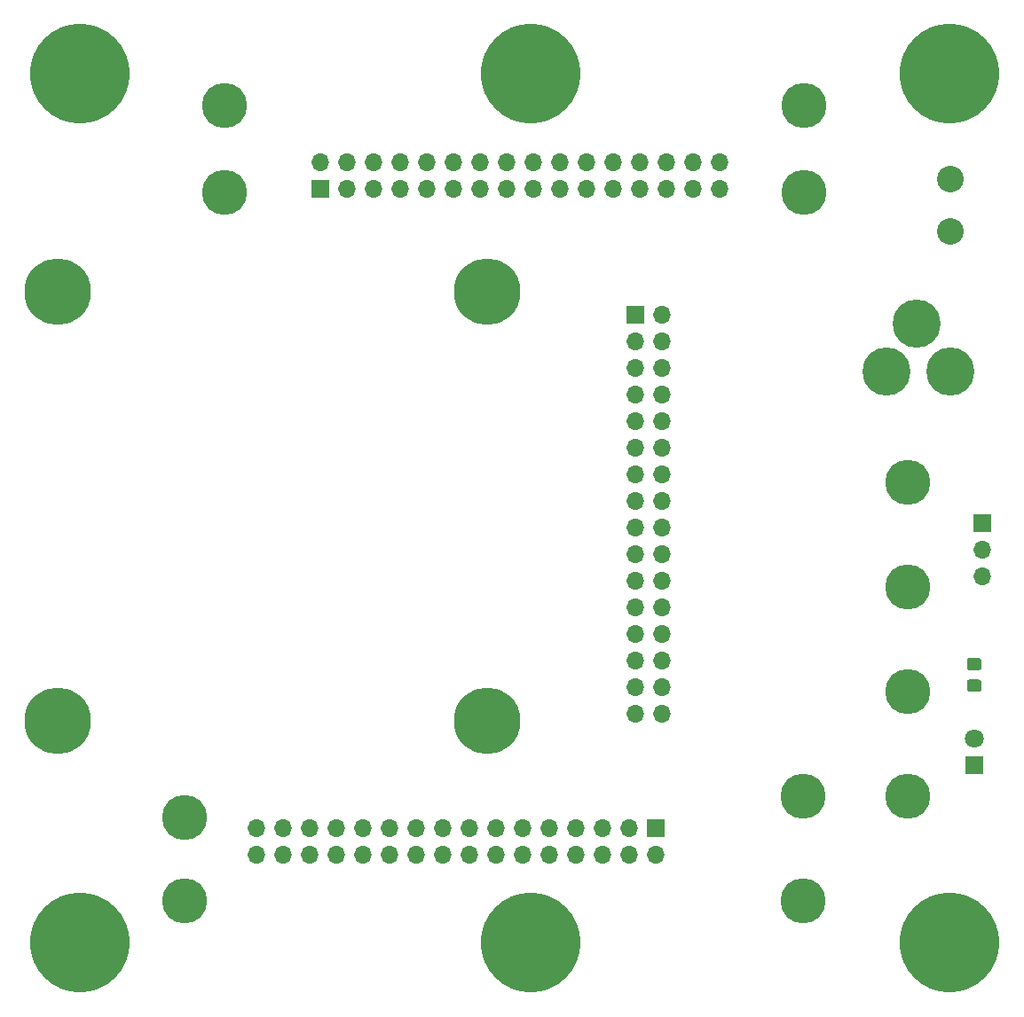
<source format=gbr>
G04 #@! TF.GenerationSoftware,KiCad,Pcbnew,(5.1.5)-3*
G04 #@! TF.CreationDate,2020-05-30T09:08:53-04:00*
G04 #@! TF.ProjectId,Carrier95to49,43617272-6965-4723-9935-746f34392e6b,4*
G04 #@! TF.SameCoordinates,Original*
G04 #@! TF.FileFunction,Soldermask,Top*
G04 #@! TF.FilePolarity,Negative*
%FSLAX46Y46*%
G04 Gerber Fmt 4.6, Leading zero omitted, Abs format (unit mm)*
G04 Created by KiCad (PCBNEW (5.1.5)-3) date 2020-05-30 09:08:53*
%MOMM*%
%LPD*%
G04 APERTURE LIST*
%ADD10C,9.525000*%
%ADD11C,2.540000*%
%ADD12C,4.300000*%
%ADD13C,4.600000*%
%ADD14R,1.700000X1.700000*%
%ADD15O,1.700000X1.700000*%
%ADD16R,1.800000X1.800000*%
%ADD17C,1.800000*%
%ADD18C,0.150000*%
%ADD19C,6.350000*%
G04 APERTURE END LIST*
D10*
X16000000Y-16000000D03*
X99000000Y-16000000D03*
X16000000Y-99000000D03*
X99000000Y-99000000D03*
D11*
X99060000Y-26035000D03*
X99060000Y-31035000D03*
D12*
X95000000Y-85000000D03*
X95000000Y-75000000D03*
X85000000Y-95000000D03*
X85000000Y-85000000D03*
X95000000Y-55000000D03*
X95000000Y-65000000D03*
X85090000Y-19050000D03*
X85090000Y-27305000D03*
D13*
X99060000Y-44450000D03*
X92960000Y-44450000D03*
X95860000Y-39850000D03*
D12*
X26000000Y-95000000D03*
X26000000Y-87000000D03*
X29845000Y-19050000D03*
X29845000Y-27305000D03*
D10*
X59000000Y-99000000D03*
X59000000Y-16000000D03*
D14*
X69000000Y-39000000D03*
D15*
X71540000Y-39000000D03*
X69000000Y-41540000D03*
X71540000Y-41540000D03*
X69000000Y-44080000D03*
X71540000Y-44080000D03*
X69000000Y-46620000D03*
X71540000Y-46620000D03*
X69000000Y-49160000D03*
X71540000Y-49160000D03*
X69000000Y-51700000D03*
X71540000Y-51700000D03*
X69000000Y-54240000D03*
X71540000Y-54240000D03*
X69000000Y-56780000D03*
X71540000Y-56780000D03*
X69000000Y-59320000D03*
X71540000Y-59320000D03*
X69000000Y-61860000D03*
X71540000Y-61860000D03*
X69000000Y-64400000D03*
X71540000Y-64400000D03*
X69000000Y-66940000D03*
X71540000Y-66940000D03*
X69000000Y-69480000D03*
X71540000Y-69480000D03*
X69000000Y-72020000D03*
X71540000Y-72020000D03*
X69000000Y-74560000D03*
X71540000Y-74560000D03*
X69000000Y-77100000D03*
X71540000Y-77100000D03*
D14*
X39000000Y-27000000D03*
D15*
X39000000Y-24460000D03*
X41540000Y-27000000D03*
X41540000Y-24460000D03*
X44080000Y-27000000D03*
X44080000Y-24460000D03*
X46620000Y-27000000D03*
X46620000Y-24460000D03*
X49160000Y-27000000D03*
X49160000Y-24460000D03*
X51700000Y-27000000D03*
X51700000Y-24460000D03*
X54240000Y-27000000D03*
X54240000Y-24460000D03*
X56780000Y-27000000D03*
X56780000Y-24460000D03*
X59320000Y-27000000D03*
X59320000Y-24460000D03*
X61860000Y-27000000D03*
X61860000Y-24460000D03*
X64400000Y-27000000D03*
X64400000Y-24460000D03*
X66940000Y-27000000D03*
X66940000Y-24460000D03*
X69480000Y-27000000D03*
X69480000Y-24460000D03*
X72020000Y-27000000D03*
X72020000Y-24460000D03*
X74560000Y-27000000D03*
X74560000Y-24460000D03*
X77100000Y-27000000D03*
X77100000Y-24460000D03*
D14*
X71000000Y-88000000D03*
D15*
X71000000Y-90540000D03*
X68460000Y-88000000D03*
X68460000Y-90540000D03*
X65920000Y-88000000D03*
X65920000Y-90540000D03*
X63380000Y-88000000D03*
X63380000Y-90540000D03*
X60840000Y-88000000D03*
X60840000Y-90540000D03*
X58300000Y-88000000D03*
X58300000Y-90540000D03*
X55760000Y-88000000D03*
X55760000Y-90540000D03*
X53220000Y-88000000D03*
X53220000Y-90540000D03*
X50680000Y-88000000D03*
X50680000Y-90540000D03*
X48140000Y-88000000D03*
X48140000Y-90540000D03*
X45600000Y-88000000D03*
X45600000Y-90540000D03*
X43060000Y-88000000D03*
X43060000Y-90540000D03*
X40520000Y-88000000D03*
X40520000Y-90540000D03*
X37980000Y-88000000D03*
X37980000Y-90540000D03*
X35440000Y-88000000D03*
X35440000Y-90540000D03*
X32900000Y-88000000D03*
X32900000Y-90540000D03*
D16*
X101346000Y-82042000D03*
D17*
X101346000Y-79502000D03*
D18*
G36*
X101820505Y-71807204D02*
G01*
X101844773Y-71810804D01*
X101868572Y-71816765D01*
X101891671Y-71825030D01*
X101913850Y-71835520D01*
X101934893Y-71848132D01*
X101954599Y-71862747D01*
X101972777Y-71879223D01*
X101989253Y-71897401D01*
X102003868Y-71917107D01*
X102016480Y-71938150D01*
X102026970Y-71960329D01*
X102035235Y-71983428D01*
X102041196Y-72007227D01*
X102044796Y-72031495D01*
X102046000Y-72055999D01*
X102046000Y-72706001D01*
X102044796Y-72730505D01*
X102041196Y-72754773D01*
X102035235Y-72778572D01*
X102026970Y-72801671D01*
X102016480Y-72823850D01*
X102003868Y-72844893D01*
X101989253Y-72864599D01*
X101972777Y-72882777D01*
X101954599Y-72899253D01*
X101934893Y-72913868D01*
X101913850Y-72926480D01*
X101891671Y-72936970D01*
X101868572Y-72945235D01*
X101844773Y-72951196D01*
X101820505Y-72954796D01*
X101796001Y-72956000D01*
X100895999Y-72956000D01*
X100871495Y-72954796D01*
X100847227Y-72951196D01*
X100823428Y-72945235D01*
X100800329Y-72936970D01*
X100778150Y-72926480D01*
X100757107Y-72913868D01*
X100737401Y-72899253D01*
X100719223Y-72882777D01*
X100702747Y-72864599D01*
X100688132Y-72844893D01*
X100675520Y-72823850D01*
X100665030Y-72801671D01*
X100656765Y-72778572D01*
X100650804Y-72754773D01*
X100647204Y-72730505D01*
X100646000Y-72706001D01*
X100646000Y-72055999D01*
X100647204Y-72031495D01*
X100650804Y-72007227D01*
X100656765Y-71983428D01*
X100665030Y-71960329D01*
X100675520Y-71938150D01*
X100688132Y-71917107D01*
X100702747Y-71897401D01*
X100719223Y-71879223D01*
X100737401Y-71862747D01*
X100757107Y-71848132D01*
X100778150Y-71835520D01*
X100800329Y-71825030D01*
X100823428Y-71816765D01*
X100847227Y-71810804D01*
X100871495Y-71807204D01*
X100895999Y-71806000D01*
X101796001Y-71806000D01*
X101820505Y-71807204D01*
G37*
G36*
X101820505Y-73857204D02*
G01*
X101844773Y-73860804D01*
X101868572Y-73866765D01*
X101891671Y-73875030D01*
X101913850Y-73885520D01*
X101934893Y-73898132D01*
X101954599Y-73912747D01*
X101972777Y-73929223D01*
X101989253Y-73947401D01*
X102003868Y-73967107D01*
X102016480Y-73988150D01*
X102026970Y-74010329D01*
X102035235Y-74033428D01*
X102041196Y-74057227D01*
X102044796Y-74081495D01*
X102046000Y-74105999D01*
X102046000Y-74756001D01*
X102044796Y-74780505D01*
X102041196Y-74804773D01*
X102035235Y-74828572D01*
X102026970Y-74851671D01*
X102016480Y-74873850D01*
X102003868Y-74894893D01*
X101989253Y-74914599D01*
X101972777Y-74932777D01*
X101954599Y-74949253D01*
X101934893Y-74963868D01*
X101913850Y-74976480D01*
X101891671Y-74986970D01*
X101868572Y-74995235D01*
X101844773Y-75001196D01*
X101820505Y-75004796D01*
X101796001Y-75006000D01*
X100895999Y-75006000D01*
X100871495Y-75004796D01*
X100847227Y-75001196D01*
X100823428Y-74995235D01*
X100800329Y-74986970D01*
X100778150Y-74976480D01*
X100757107Y-74963868D01*
X100737401Y-74949253D01*
X100719223Y-74932777D01*
X100702747Y-74914599D01*
X100688132Y-74894893D01*
X100675520Y-74873850D01*
X100665030Y-74851671D01*
X100656765Y-74828572D01*
X100650804Y-74804773D01*
X100647204Y-74780505D01*
X100646000Y-74756001D01*
X100646000Y-74105999D01*
X100647204Y-74081495D01*
X100650804Y-74057227D01*
X100656765Y-74033428D01*
X100665030Y-74010329D01*
X100675520Y-73988150D01*
X100688132Y-73967107D01*
X100702747Y-73947401D01*
X100719223Y-73929223D01*
X100737401Y-73912747D01*
X100757107Y-73898132D01*
X100778150Y-73885520D01*
X100800329Y-73875030D01*
X100823428Y-73866765D01*
X100847227Y-73860804D01*
X100871495Y-73857204D01*
X100895999Y-73856000D01*
X101796001Y-73856000D01*
X101820505Y-73857204D01*
G37*
D14*
X102108000Y-58928000D03*
D15*
X102108000Y-61468000D03*
X102108000Y-64008000D03*
D19*
X13902000Y-36788000D03*
X54902000Y-36788000D03*
X13902000Y-77788000D03*
X54902000Y-77788000D03*
M02*

</source>
